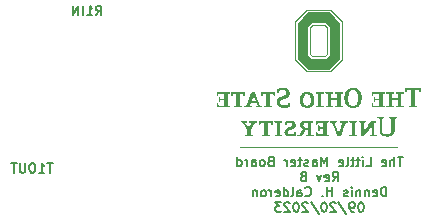
<source format=gbr>
%TF.GenerationSoftware,KiCad,Pcbnew,7.0.7*%
%TF.CreationDate,2023-09-29T20:54:03-04:00*%
%TF.ProjectId,Little_Master_Board,4c697474-6c65-45f4-9d61-737465725f42,B*%
%TF.SameCoordinates,Original*%
%TF.FileFunction,Legend,Bot*%
%TF.FilePolarity,Positive*%
%FSLAX46Y46*%
G04 Gerber Fmt 4.6, Leading zero omitted, Abs format (unit mm)*
G04 Created by KiCad (PCBNEW 7.0.7) date 2023-09-29 20:54:03*
%MOMM*%
%LPD*%
G01*
G04 APERTURE LIST*
%ADD10C,0.150000*%
G04 APERTURE END LIST*
D10*
X122423972Y-62556095D02*
X122690639Y-62175142D01*
X122881115Y-62556095D02*
X122881115Y-61756095D01*
X122881115Y-61756095D02*
X122576353Y-61756095D01*
X122576353Y-61756095D02*
X122500163Y-61794190D01*
X122500163Y-61794190D02*
X122462068Y-61832285D01*
X122462068Y-61832285D02*
X122423972Y-61908476D01*
X122423972Y-61908476D02*
X122423972Y-62022761D01*
X122423972Y-62022761D02*
X122462068Y-62098952D01*
X122462068Y-62098952D02*
X122500163Y-62137047D01*
X122500163Y-62137047D02*
X122576353Y-62175142D01*
X122576353Y-62175142D02*
X122881115Y-62175142D01*
X121662068Y-62556095D02*
X122119211Y-62556095D01*
X121890639Y-62556095D02*
X121890639Y-61756095D01*
X121890639Y-61756095D02*
X121966830Y-61870380D01*
X121966830Y-61870380D02*
X122043020Y-61946571D01*
X122043020Y-61946571D02*
X122119211Y-61984666D01*
X121319210Y-62556095D02*
X121319210Y-61756095D01*
X120938258Y-62556095D02*
X120938258Y-61756095D01*
X120938258Y-61756095D02*
X120481115Y-62556095D01*
X120481115Y-62556095D02*
X120481115Y-61756095D01*
X118751772Y-75065695D02*
X118294629Y-75065695D01*
X118523201Y-75865695D02*
X118523201Y-75065695D01*
X117608915Y-75865695D02*
X118066058Y-75865695D01*
X117837486Y-75865695D02*
X117837486Y-75065695D01*
X117837486Y-75065695D02*
X117913677Y-75179980D01*
X117913677Y-75179980D02*
X117989867Y-75256171D01*
X117989867Y-75256171D02*
X118066058Y-75294266D01*
X117113676Y-75065695D02*
X116961295Y-75065695D01*
X116961295Y-75065695D02*
X116885105Y-75103790D01*
X116885105Y-75103790D02*
X116808914Y-75179980D01*
X116808914Y-75179980D02*
X116770819Y-75332361D01*
X116770819Y-75332361D02*
X116770819Y-75599028D01*
X116770819Y-75599028D02*
X116808914Y-75751409D01*
X116808914Y-75751409D02*
X116885105Y-75827600D01*
X116885105Y-75827600D02*
X116961295Y-75865695D01*
X116961295Y-75865695D02*
X117113676Y-75865695D01*
X117113676Y-75865695D02*
X117189867Y-75827600D01*
X117189867Y-75827600D02*
X117266057Y-75751409D01*
X117266057Y-75751409D02*
X117304153Y-75599028D01*
X117304153Y-75599028D02*
X117304153Y-75332361D01*
X117304153Y-75332361D02*
X117266057Y-75179980D01*
X117266057Y-75179980D02*
X117189867Y-75103790D01*
X117189867Y-75103790D02*
X117113676Y-75065695D01*
X116427962Y-75065695D02*
X116427962Y-75713314D01*
X116427962Y-75713314D02*
X116389867Y-75789504D01*
X116389867Y-75789504D02*
X116351772Y-75827600D01*
X116351772Y-75827600D02*
X116275581Y-75865695D01*
X116275581Y-75865695D02*
X116123200Y-75865695D01*
X116123200Y-75865695D02*
X116047010Y-75827600D01*
X116047010Y-75827600D02*
X116008915Y-75789504D01*
X116008915Y-75789504D02*
X115970819Y-75713314D01*
X115970819Y-75713314D02*
X115970819Y-75065695D01*
X115704153Y-75065695D02*
X115247010Y-75065695D01*
X115475582Y-75865695D02*
X115475582Y-75065695D01*
X148417667Y-74503695D02*
X147960524Y-74503695D01*
X148189096Y-75303695D02*
X148189096Y-74503695D01*
X147693857Y-75303695D02*
X147693857Y-74503695D01*
X147351000Y-75303695D02*
X147351000Y-74884647D01*
X147351000Y-74884647D02*
X147389095Y-74808457D01*
X147389095Y-74808457D02*
X147465286Y-74770361D01*
X147465286Y-74770361D02*
X147579572Y-74770361D01*
X147579572Y-74770361D02*
X147655762Y-74808457D01*
X147655762Y-74808457D02*
X147693857Y-74846552D01*
X146665285Y-75265600D02*
X146741476Y-75303695D01*
X146741476Y-75303695D02*
X146893857Y-75303695D01*
X146893857Y-75303695D02*
X146970047Y-75265600D01*
X146970047Y-75265600D02*
X147008143Y-75189409D01*
X147008143Y-75189409D02*
X147008143Y-74884647D01*
X147008143Y-74884647D02*
X146970047Y-74808457D01*
X146970047Y-74808457D02*
X146893857Y-74770361D01*
X146893857Y-74770361D02*
X146741476Y-74770361D01*
X146741476Y-74770361D02*
X146665285Y-74808457D01*
X146665285Y-74808457D02*
X146627190Y-74884647D01*
X146627190Y-74884647D02*
X146627190Y-74960838D01*
X146627190Y-74960838D02*
X147008143Y-75037028D01*
X145293857Y-75303695D02*
X145674809Y-75303695D01*
X145674809Y-75303695D02*
X145674809Y-74503695D01*
X145027190Y-75303695D02*
X145027190Y-74770361D01*
X145027190Y-74503695D02*
X145065286Y-74541790D01*
X145065286Y-74541790D02*
X145027190Y-74579885D01*
X145027190Y-74579885D02*
X144989095Y-74541790D01*
X144989095Y-74541790D02*
X145027190Y-74503695D01*
X145027190Y-74503695D02*
X145027190Y-74579885D01*
X144760524Y-74770361D02*
X144455762Y-74770361D01*
X144646238Y-74503695D02*
X144646238Y-75189409D01*
X144646238Y-75189409D02*
X144608143Y-75265600D01*
X144608143Y-75265600D02*
X144531953Y-75303695D01*
X144531953Y-75303695D02*
X144455762Y-75303695D01*
X144303381Y-74770361D02*
X143998619Y-74770361D01*
X144189095Y-74503695D02*
X144189095Y-75189409D01*
X144189095Y-75189409D02*
X144151000Y-75265600D01*
X144151000Y-75265600D02*
X144074810Y-75303695D01*
X144074810Y-75303695D02*
X143998619Y-75303695D01*
X143617667Y-75303695D02*
X143693857Y-75265600D01*
X143693857Y-75265600D02*
X143731952Y-75189409D01*
X143731952Y-75189409D02*
X143731952Y-74503695D01*
X143008142Y-75265600D02*
X143084333Y-75303695D01*
X143084333Y-75303695D02*
X143236714Y-75303695D01*
X143236714Y-75303695D02*
X143312904Y-75265600D01*
X143312904Y-75265600D02*
X143351000Y-75189409D01*
X143351000Y-75189409D02*
X143351000Y-74884647D01*
X143351000Y-74884647D02*
X143312904Y-74808457D01*
X143312904Y-74808457D02*
X143236714Y-74770361D01*
X143236714Y-74770361D02*
X143084333Y-74770361D01*
X143084333Y-74770361D02*
X143008142Y-74808457D01*
X143008142Y-74808457D02*
X142970047Y-74884647D01*
X142970047Y-74884647D02*
X142970047Y-74960838D01*
X142970047Y-74960838D02*
X143351000Y-75037028D01*
X142017666Y-75303695D02*
X142017666Y-74503695D01*
X142017666Y-74503695D02*
X141751000Y-75075123D01*
X141751000Y-75075123D02*
X141484333Y-74503695D01*
X141484333Y-74503695D02*
X141484333Y-75303695D01*
X140760523Y-75303695D02*
X140760523Y-74884647D01*
X140760523Y-74884647D02*
X140798618Y-74808457D01*
X140798618Y-74808457D02*
X140874809Y-74770361D01*
X140874809Y-74770361D02*
X141027190Y-74770361D01*
X141027190Y-74770361D02*
X141103380Y-74808457D01*
X140760523Y-75265600D02*
X140836714Y-75303695D01*
X140836714Y-75303695D02*
X141027190Y-75303695D01*
X141027190Y-75303695D02*
X141103380Y-75265600D01*
X141103380Y-75265600D02*
X141141476Y-75189409D01*
X141141476Y-75189409D02*
X141141476Y-75113219D01*
X141141476Y-75113219D02*
X141103380Y-75037028D01*
X141103380Y-75037028D02*
X141027190Y-74998933D01*
X141027190Y-74998933D02*
X140836714Y-74998933D01*
X140836714Y-74998933D02*
X140760523Y-74960838D01*
X140417666Y-75265600D02*
X140341475Y-75303695D01*
X140341475Y-75303695D02*
X140189094Y-75303695D01*
X140189094Y-75303695D02*
X140112904Y-75265600D01*
X140112904Y-75265600D02*
X140074808Y-75189409D01*
X140074808Y-75189409D02*
X140074808Y-75151314D01*
X140074808Y-75151314D02*
X140112904Y-75075123D01*
X140112904Y-75075123D02*
X140189094Y-75037028D01*
X140189094Y-75037028D02*
X140303380Y-75037028D01*
X140303380Y-75037028D02*
X140379570Y-74998933D01*
X140379570Y-74998933D02*
X140417666Y-74922742D01*
X140417666Y-74922742D02*
X140417666Y-74884647D01*
X140417666Y-74884647D02*
X140379570Y-74808457D01*
X140379570Y-74808457D02*
X140303380Y-74770361D01*
X140303380Y-74770361D02*
X140189094Y-74770361D01*
X140189094Y-74770361D02*
X140112904Y-74808457D01*
X139846237Y-74770361D02*
X139541475Y-74770361D01*
X139731951Y-74503695D02*
X139731951Y-75189409D01*
X139731951Y-75189409D02*
X139693856Y-75265600D01*
X139693856Y-75265600D02*
X139617666Y-75303695D01*
X139617666Y-75303695D02*
X139541475Y-75303695D01*
X138970046Y-75265600D02*
X139046237Y-75303695D01*
X139046237Y-75303695D02*
X139198618Y-75303695D01*
X139198618Y-75303695D02*
X139274808Y-75265600D01*
X139274808Y-75265600D02*
X139312904Y-75189409D01*
X139312904Y-75189409D02*
X139312904Y-74884647D01*
X139312904Y-74884647D02*
X139274808Y-74808457D01*
X139274808Y-74808457D02*
X139198618Y-74770361D01*
X139198618Y-74770361D02*
X139046237Y-74770361D01*
X139046237Y-74770361D02*
X138970046Y-74808457D01*
X138970046Y-74808457D02*
X138931951Y-74884647D01*
X138931951Y-74884647D02*
X138931951Y-74960838D01*
X138931951Y-74960838D02*
X139312904Y-75037028D01*
X138589094Y-75303695D02*
X138589094Y-74770361D01*
X138589094Y-74922742D02*
X138550999Y-74846552D01*
X138550999Y-74846552D02*
X138512904Y-74808457D01*
X138512904Y-74808457D02*
X138436713Y-74770361D01*
X138436713Y-74770361D02*
X138360523Y-74770361D01*
X137217666Y-74884647D02*
X137103380Y-74922742D01*
X137103380Y-74922742D02*
X137065285Y-74960838D01*
X137065285Y-74960838D02*
X137027189Y-75037028D01*
X137027189Y-75037028D02*
X137027189Y-75151314D01*
X137027189Y-75151314D02*
X137065285Y-75227504D01*
X137065285Y-75227504D02*
X137103380Y-75265600D01*
X137103380Y-75265600D02*
X137179570Y-75303695D01*
X137179570Y-75303695D02*
X137484332Y-75303695D01*
X137484332Y-75303695D02*
X137484332Y-74503695D01*
X137484332Y-74503695D02*
X137217666Y-74503695D01*
X137217666Y-74503695D02*
X137141475Y-74541790D01*
X137141475Y-74541790D02*
X137103380Y-74579885D01*
X137103380Y-74579885D02*
X137065285Y-74656076D01*
X137065285Y-74656076D02*
X137065285Y-74732266D01*
X137065285Y-74732266D02*
X137103380Y-74808457D01*
X137103380Y-74808457D02*
X137141475Y-74846552D01*
X137141475Y-74846552D02*
X137217666Y-74884647D01*
X137217666Y-74884647D02*
X137484332Y-74884647D01*
X136570047Y-75303695D02*
X136646237Y-75265600D01*
X136646237Y-75265600D02*
X136684332Y-75227504D01*
X136684332Y-75227504D02*
X136722428Y-75151314D01*
X136722428Y-75151314D02*
X136722428Y-74922742D01*
X136722428Y-74922742D02*
X136684332Y-74846552D01*
X136684332Y-74846552D02*
X136646237Y-74808457D01*
X136646237Y-74808457D02*
X136570047Y-74770361D01*
X136570047Y-74770361D02*
X136455761Y-74770361D01*
X136455761Y-74770361D02*
X136379570Y-74808457D01*
X136379570Y-74808457D02*
X136341475Y-74846552D01*
X136341475Y-74846552D02*
X136303380Y-74922742D01*
X136303380Y-74922742D02*
X136303380Y-75151314D01*
X136303380Y-75151314D02*
X136341475Y-75227504D01*
X136341475Y-75227504D02*
X136379570Y-75265600D01*
X136379570Y-75265600D02*
X136455761Y-75303695D01*
X136455761Y-75303695D02*
X136570047Y-75303695D01*
X135617665Y-75303695D02*
X135617665Y-74884647D01*
X135617665Y-74884647D02*
X135655760Y-74808457D01*
X135655760Y-74808457D02*
X135731951Y-74770361D01*
X135731951Y-74770361D02*
X135884332Y-74770361D01*
X135884332Y-74770361D02*
X135960522Y-74808457D01*
X135617665Y-75265600D02*
X135693856Y-75303695D01*
X135693856Y-75303695D02*
X135884332Y-75303695D01*
X135884332Y-75303695D02*
X135960522Y-75265600D01*
X135960522Y-75265600D02*
X135998618Y-75189409D01*
X135998618Y-75189409D02*
X135998618Y-75113219D01*
X135998618Y-75113219D02*
X135960522Y-75037028D01*
X135960522Y-75037028D02*
X135884332Y-74998933D01*
X135884332Y-74998933D02*
X135693856Y-74998933D01*
X135693856Y-74998933D02*
X135617665Y-74960838D01*
X135236712Y-75303695D02*
X135236712Y-74770361D01*
X135236712Y-74922742D02*
X135198617Y-74846552D01*
X135198617Y-74846552D02*
X135160522Y-74808457D01*
X135160522Y-74808457D02*
X135084331Y-74770361D01*
X135084331Y-74770361D02*
X135008141Y-74770361D01*
X134398617Y-75303695D02*
X134398617Y-74503695D01*
X134398617Y-75265600D02*
X134474808Y-75303695D01*
X134474808Y-75303695D02*
X134627189Y-75303695D01*
X134627189Y-75303695D02*
X134703379Y-75265600D01*
X134703379Y-75265600D02*
X134741474Y-75227504D01*
X134741474Y-75227504D02*
X134779570Y-75151314D01*
X134779570Y-75151314D02*
X134779570Y-74922742D01*
X134779570Y-74922742D02*
X134741474Y-74846552D01*
X134741474Y-74846552D02*
X134703379Y-74808457D01*
X134703379Y-74808457D02*
X134627189Y-74770361D01*
X134627189Y-74770361D02*
X134474808Y-74770361D01*
X134474808Y-74770361D02*
X134398617Y-74808457D01*
X142455761Y-76591695D02*
X142722428Y-76210742D01*
X142912904Y-76591695D02*
X142912904Y-75791695D01*
X142912904Y-75791695D02*
X142608142Y-75791695D01*
X142608142Y-75791695D02*
X142531952Y-75829790D01*
X142531952Y-75829790D02*
X142493857Y-75867885D01*
X142493857Y-75867885D02*
X142455761Y-75944076D01*
X142455761Y-75944076D02*
X142455761Y-76058361D01*
X142455761Y-76058361D02*
X142493857Y-76134552D01*
X142493857Y-76134552D02*
X142531952Y-76172647D01*
X142531952Y-76172647D02*
X142608142Y-76210742D01*
X142608142Y-76210742D02*
X142912904Y-76210742D01*
X141808142Y-76553600D02*
X141884333Y-76591695D01*
X141884333Y-76591695D02*
X142036714Y-76591695D01*
X142036714Y-76591695D02*
X142112904Y-76553600D01*
X142112904Y-76553600D02*
X142151000Y-76477409D01*
X142151000Y-76477409D02*
X142151000Y-76172647D01*
X142151000Y-76172647D02*
X142112904Y-76096457D01*
X142112904Y-76096457D02*
X142036714Y-76058361D01*
X142036714Y-76058361D02*
X141884333Y-76058361D01*
X141884333Y-76058361D02*
X141808142Y-76096457D01*
X141808142Y-76096457D02*
X141770047Y-76172647D01*
X141770047Y-76172647D02*
X141770047Y-76248838D01*
X141770047Y-76248838D02*
X142151000Y-76325028D01*
X141503381Y-76058361D02*
X141312905Y-76591695D01*
X141312905Y-76591695D02*
X141122428Y-76058361D01*
X139941476Y-76172647D02*
X139827190Y-76210742D01*
X139827190Y-76210742D02*
X139789095Y-76248838D01*
X139789095Y-76248838D02*
X139750999Y-76325028D01*
X139750999Y-76325028D02*
X139750999Y-76439314D01*
X139750999Y-76439314D02*
X139789095Y-76515504D01*
X139789095Y-76515504D02*
X139827190Y-76553600D01*
X139827190Y-76553600D02*
X139903380Y-76591695D01*
X139903380Y-76591695D02*
X140208142Y-76591695D01*
X140208142Y-76591695D02*
X140208142Y-75791695D01*
X140208142Y-75791695D02*
X139941476Y-75791695D01*
X139941476Y-75791695D02*
X139865285Y-75829790D01*
X139865285Y-75829790D02*
X139827190Y-75867885D01*
X139827190Y-75867885D02*
X139789095Y-75944076D01*
X139789095Y-75944076D02*
X139789095Y-76020266D01*
X139789095Y-76020266D02*
X139827190Y-76096457D01*
X139827190Y-76096457D02*
X139865285Y-76134552D01*
X139865285Y-76134552D02*
X139941476Y-76172647D01*
X139941476Y-76172647D02*
X140208142Y-76172647D01*
X147008143Y-77879695D02*
X147008143Y-77079695D01*
X147008143Y-77079695D02*
X146817667Y-77079695D01*
X146817667Y-77079695D02*
X146703381Y-77117790D01*
X146703381Y-77117790D02*
X146627191Y-77193980D01*
X146627191Y-77193980D02*
X146589096Y-77270171D01*
X146589096Y-77270171D02*
X146551000Y-77422552D01*
X146551000Y-77422552D02*
X146551000Y-77536838D01*
X146551000Y-77536838D02*
X146589096Y-77689219D01*
X146589096Y-77689219D02*
X146627191Y-77765409D01*
X146627191Y-77765409D02*
X146703381Y-77841600D01*
X146703381Y-77841600D02*
X146817667Y-77879695D01*
X146817667Y-77879695D02*
X147008143Y-77879695D01*
X145903381Y-77841600D02*
X145979572Y-77879695D01*
X145979572Y-77879695D02*
X146131953Y-77879695D01*
X146131953Y-77879695D02*
X146208143Y-77841600D01*
X146208143Y-77841600D02*
X146246239Y-77765409D01*
X146246239Y-77765409D02*
X146246239Y-77460647D01*
X146246239Y-77460647D02*
X146208143Y-77384457D01*
X146208143Y-77384457D02*
X146131953Y-77346361D01*
X146131953Y-77346361D02*
X145979572Y-77346361D01*
X145979572Y-77346361D02*
X145903381Y-77384457D01*
X145903381Y-77384457D02*
X145865286Y-77460647D01*
X145865286Y-77460647D02*
X145865286Y-77536838D01*
X145865286Y-77536838D02*
X146246239Y-77613028D01*
X145522429Y-77346361D02*
X145522429Y-77879695D01*
X145522429Y-77422552D02*
X145484334Y-77384457D01*
X145484334Y-77384457D02*
X145408144Y-77346361D01*
X145408144Y-77346361D02*
X145293858Y-77346361D01*
X145293858Y-77346361D02*
X145217667Y-77384457D01*
X145217667Y-77384457D02*
X145179572Y-77460647D01*
X145179572Y-77460647D02*
X145179572Y-77879695D01*
X144798619Y-77346361D02*
X144798619Y-77879695D01*
X144798619Y-77422552D02*
X144760524Y-77384457D01*
X144760524Y-77384457D02*
X144684334Y-77346361D01*
X144684334Y-77346361D02*
X144570048Y-77346361D01*
X144570048Y-77346361D02*
X144493857Y-77384457D01*
X144493857Y-77384457D02*
X144455762Y-77460647D01*
X144455762Y-77460647D02*
X144455762Y-77879695D01*
X144074809Y-77879695D02*
X144074809Y-77346361D01*
X144074809Y-77079695D02*
X144112905Y-77117790D01*
X144112905Y-77117790D02*
X144074809Y-77155885D01*
X144074809Y-77155885D02*
X144036714Y-77117790D01*
X144036714Y-77117790D02*
X144074809Y-77079695D01*
X144074809Y-77079695D02*
X144074809Y-77155885D01*
X143731953Y-77841600D02*
X143655762Y-77879695D01*
X143655762Y-77879695D02*
X143503381Y-77879695D01*
X143503381Y-77879695D02*
X143427191Y-77841600D01*
X143427191Y-77841600D02*
X143389095Y-77765409D01*
X143389095Y-77765409D02*
X143389095Y-77727314D01*
X143389095Y-77727314D02*
X143427191Y-77651123D01*
X143427191Y-77651123D02*
X143503381Y-77613028D01*
X143503381Y-77613028D02*
X143617667Y-77613028D01*
X143617667Y-77613028D02*
X143693857Y-77574933D01*
X143693857Y-77574933D02*
X143731953Y-77498742D01*
X143731953Y-77498742D02*
X143731953Y-77460647D01*
X143731953Y-77460647D02*
X143693857Y-77384457D01*
X143693857Y-77384457D02*
X143617667Y-77346361D01*
X143617667Y-77346361D02*
X143503381Y-77346361D01*
X143503381Y-77346361D02*
X143427191Y-77384457D01*
X142436714Y-77879695D02*
X142436714Y-77079695D01*
X142436714Y-77460647D02*
X141979571Y-77460647D01*
X141979571Y-77879695D02*
X141979571Y-77079695D01*
X141598619Y-77803504D02*
X141560524Y-77841600D01*
X141560524Y-77841600D02*
X141598619Y-77879695D01*
X141598619Y-77879695D02*
X141636715Y-77841600D01*
X141636715Y-77841600D02*
X141598619Y-77803504D01*
X141598619Y-77803504D02*
X141598619Y-77879695D01*
X140151000Y-77803504D02*
X140189096Y-77841600D01*
X140189096Y-77841600D02*
X140303381Y-77879695D01*
X140303381Y-77879695D02*
X140379572Y-77879695D01*
X140379572Y-77879695D02*
X140493858Y-77841600D01*
X140493858Y-77841600D02*
X140570048Y-77765409D01*
X140570048Y-77765409D02*
X140608143Y-77689219D01*
X140608143Y-77689219D02*
X140646239Y-77536838D01*
X140646239Y-77536838D02*
X140646239Y-77422552D01*
X140646239Y-77422552D02*
X140608143Y-77270171D01*
X140608143Y-77270171D02*
X140570048Y-77193980D01*
X140570048Y-77193980D02*
X140493858Y-77117790D01*
X140493858Y-77117790D02*
X140379572Y-77079695D01*
X140379572Y-77079695D02*
X140303381Y-77079695D01*
X140303381Y-77079695D02*
X140189096Y-77117790D01*
X140189096Y-77117790D02*
X140151000Y-77155885D01*
X139465286Y-77879695D02*
X139465286Y-77460647D01*
X139465286Y-77460647D02*
X139503381Y-77384457D01*
X139503381Y-77384457D02*
X139579572Y-77346361D01*
X139579572Y-77346361D02*
X139731953Y-77346361D01*
X139731953Y-77346361D02*
X139808143Y-77384457D01*
X139465286Y-77841600D02*
X139541477Y-77879695D01*
X139541477Y-77879695D02*
X139731953Y-77879695D01*
X139731953Y-77879695D02*
X139808143Y-77841600D01*
X139808143Y-77841600D02*
X139846239Y-77765409D01*
X139846239Y-77765409D02*
X139846239Y-77689219D01*
X139846239Y-77689219D02*
X139808143Y-77613028D01*
X139808143Y-77613028D02*
X139731953Y-77574933D01*
X139731953Y-77574933D02*
X139541477Y-77574933D01*
X139541477Y-77574933D02*
X139465286Y-77536838D01*
X138970048Y-77879695D02*
X139046238Y-77841600D01*
X139046238Y-77841600D02*
X139084333Y-77765409D01*
X139084333Y-77765409D02*
X139084333Y-77079695D01*
X138322428Y-77879695D02*
X138322428Y-77079695D01*
X138322428Y-77841600D02*
X138398619Y-77879695D01*
X138398619Y-77879695D02*
X138551000Y-77879695D01*
X138551000Y-77879695D02*
X138627190Y-77841600D01*
X138627190Y-77841600D02*
X138665285Y-77803504D01*
X138665285Y-77803504D02*
X138703381Y-77727314D01*
X138703381Y-77727314D02*
X138703381Y-77498742D01*
X138703381Y-77498742D02*
X138665285Y-77422552D01*
X138665285Y-77422552D02*
X138627190Y-77384457D01*
X138627190Y-77384457D02*
X138551000Y-77346361D01*
X138551000Y-77346361D02*
X138398619Y-77346361D01*
X138398619Y-77346361D02*
X138322428Y-77384457D01*
X137636713Y-77841600D02*
X137712904Y-77879695D01*
X137712904Y-77879695D02*
X137865285Y-77879695D01*
X137865285Y-77879695D02*
X137941475Y-77841600D01*
X137941475Y-77841600D02*
X137979571Y-77765409D01*
X137979571Y-77765409D02*
X137979571Y-77460647D01*
X137979571Y-77460647D02*
X137941475Y-77384457D01*
X137941475Y-77384457D02*
X137865285Y-77346361D01*
X137865285Y-77346361D02*
X137712904Y-77346361D01*
X137712904Y-77346361D02*
X137636713Y-77384457D01*
X137636713Y-77384457D02*
X137598618Y-77460647D01*
X137598618Y-77460647D02*
X137598618Y-77536838D01*
X137598618Y-77536838D02*
X137979571Y-77613028D01*
X137255761Y-77879695D02*
X137255761Y-77346361D01*
X137255761Y-77498742D02*
X137217666Y-77422552D01*
X137217666Y-77422552D02*
X137179571Y-77384457D01*
X137179571Y-77384457D02*
X137103380Y-77346361D01*
X137103380Y-77346361D02*
X137027190Y-77346361D01*
X136646238Y-77879695D02*
X136722428Y-77841600D01*
X136722428Y-77841600D02*
X136760523Y-77803504D01*
X136760523Y-77803504D02*
X136798619Y-77727314D01*
X136798619Y-77727314D02*
X136798619Y-77498742D01*
X136798619Y-77498742D02*
X136760523Y-77422552D01*
X136760523Y-77422552D02*
X136722428Y-77384457D01*
X136722428Y-77384457D02*
X136646238Y-77346361D01*
X136646238Y-77346361D02*
X136531952Y-77346361D01*
X136531952Y-77346361D02*
X136455761Y-77384457D01*
X136455761Y-77384457D02*
X136417666Y-77422552D01*
X136417666Y-77422552D02*
X136379571Y-77498742D01*
X136379571Y-77498742D02*
X136379571Y-77727314D01*
X136379571Y-77727314D02*
X136417666Y-77803504D01*
X136417666Y-77803504D02*
X136455761Y-77841600D01*
X136455761Y-77841600D02*
X136531952Y-77879695D01*
X136531952Y-77879695D02*
X136646238Y-77879695D01*
X136036713Y-77346361D02*
X136036713Y-77879695D01*
X136036713Y-77422552D02*
X135998618Y-77384457D01*
X135998618Y-77384457D02*
X135922428Y-77346361D01*
X135922428Y-77346361D02*
X135808142Y-77346361D01*
X135808142Y-77346361D02*
X135731951Y-77384457D01*
X135731951Y-77384457D02*
X135693856Y-77460647D01*
X135693856Y-77460647D02*
X135693856Y-77879695D01*
X144893857Y-78367695D02*
X144817667Y-78367695D01*
X144817667Y-78367695D02*
X144741476Y-78405790D01*
X144741476Y-78405790D02*
X144703381Y-78443885D01*
X144703381Y-78443885D02*
X144665286Y-78520076D01*
X144665286Y-78520076D02*
X144627191Y-78672457D01*
X144627191Y-78672457D02*
X144627191Y-78862933D01*
X144627191Y-78862933D02*
X144665286Y-79015314D01*
X144665286Y-79015314D02*
X144703381Y-79091504D01*
X144703381Y-79091504D02*
X144741476Y-79129600D01*
X144741476Y-79129600D02*
X144817667Y-79167695D01*
X144817667Y-79167695D02*
X144893857Y-79167695D01*
X144893857Y-79167695D02*
X144970048Y-79129600D01*
X144970048Y-79129600D02*
X145008143Y-79091504D01*
X145008143Y-79091504D02*
X145046238Y-79015314D01*
X145046238Y-79015314D02*
X145084334Y-78862933D01*
X145084334Y-78862933D02*
X145084334Y-78672457D01*
X145084334Y-78672457D02*
X145046238Y-78520076D01*
X145046238Y-78520076D02*
X145008143Y-78443885D01*
X145008143Y-78443885D02*
X144970048Y-78405790D01*
X144970048Y-78405790D02*
X144893857Y-78367695D01*
X144246238Y-79167695D02*
X144093857Y-79167695D01*
X144093857Y-79167695D02*
X144017667Y-79129600D01*
X144017667Y-79129600D02*
X143979571Y-79091504D01*
X143979571Y-79091504D02*
X143903381Y-78977219D01*
X143903381Y-78977219D02*
X143865286Y-78824838D01*
X143865286Y-78824838D02*
X143865286Y-78520076D01*
X143865286Y-78520076D02*
X143903381Y-78443885D01*
X143903381Y-78443885D02*
X143941476Y-78405790D01*
X143941476Y-78405790D02*
X144017667Y-78367695D01*
X144017667Y-78367695D02*
X144170048Y-78367695D01*
X144170048Y-78367695D02*
X144246238Y-78405790D01*
X144246238Y-78405790D02*
X144284333Y-78443885D01*
X144284333Y-78443885D02*
X144322429Y-78520076D01*
X144322429Y-78520076D02*
X144322429Y-78710552D01*
X144322429Y-78710552D02*
X144284333Y-78786742D01*
X144284333Y-78786742D02*
X144246238Y-78824838D01*
X144246238Y-78824838D02*
X144170048Y-78862933D01*
X144170048Y-78862933D02*
X144017667Y-78862933D01*
X144017667Y-78862933D02*
X143941476Y-78824838D01*
X143941476Y-78824838D02*
X143903381Y-78786742D01*
X143903381Y-78786742D02*
X143865286Y-78710552D01*
X142951000Y-78329600D02*
X143636714Y-79358171D01*
X142722429Y-78443885D02*
X142684333Y-78405790D01*
X142684333Y-78405790D02*
X142608143Y-78367695D01*
X142608143Y-78367695D02*
X142417667Y-78367695D01*
X142417667Y-78367695D02*
X142341476Y-78405790D01*
X142341476Y-78405790D02*
X142303381Y-78443885D01*
X142303381Y-78443885D02*
X142265286Y-78520076D01*
X142265286Y-78520076D02*
X142265286Y-78596266D01*
X142265286Y-78596266D02*
X142303381Y-78710552D01*
X142303381Y-78710552D02*
X142760524Y-79167695D01*
X142760524Y-79167695D02*
X142265286Y-79167695D01*
X141770047Y-78367695D02*
X141693857Y-78367695D01*
X141693857Y-78367695D02*
X141617666Y-78405790D01*
X141617666Y-78405790D02*
X141579571Y-78443885D01*
X141579571Y-78443885D02*
X141541476Y-78520076D01*
X141541476Y-78520076D02*
X141503381Y-78672457D01*
X141503381Y-78672457D02*
X141503381Y-78862933D01*
X141503381Y-78862933D02*
X141541476Y-79015314D01*
X141541476Y-79015314D02*
X141579571Y-79091504D01*
X141579571Y-79091504D02*
X141617666Y-79129600D01*
X141617666Y-79129600D02*
X141693857Y-79167695D01*
X141693857Y-79167695D02*
X141770047Y-79167695D01*
X141770047Y-79167695D02*
X141846238Y-79129600D01*
X141846238Y-79129600D02*
X141884333Y-79091504D01*
X141884333Y-79091504D02*
X141922428Y-79015314D01*
X141922428Y-79015314D02*
X141960524Y-78862933D01*
X141960524Y-78862933D02*
X141960524Y-78672457D01*
X141960524Y-78672457D02*
X141922428Y-78520076D01*
X141922428Y-78520076D02*
X141884333Y-78443885D01*
X141884333Y-78443885D02*
X141846238Y-78405790D01*
X141846238Y-78405790D02*
X141770047Y-78367695D01*
X140589095Y-78329600D02*
X141274809Y-79358171D01*
X140360524Y-78443885D02*
X140322428Y-78405790D01*
X140322428Y-78405790D02*
X140246238Y-78367695D01*
X140246238Y-78367695D02*
X140055762Y-78367695D01*
X140055762Y-78367695D02*
X139979571Y-78405790D01*
X139979571Y-78405790D02*
X139941476Y-78443885D01*
X139941476Y-78443885D02*
X139903381Y-78520076D01*
X139903381Y-78520076D02*
X139903381Y-78596266D01*
X139903381Y-78596266D02*
X139941476Y-78710552D01*
X139941476Y-78710552D02*
X140398619Y-79167695D01*
X140398619Y-79167695D02*
X139903381Y-79167695D01*
X139408142Y-78367695D02*
X139331952Y-78367695D01*
X139331952Y-78367695D02*
X139255761Y-78405790D01*
X139255761Y-78405790D02*
X139217666Y-78443885D01*
X139217666Y-78443885D02*
X139179571Y-78520076D01*
X139179571Y-78520076D02*
X139141476Y-78672457D01*
X139141476Y-78672457D02*
X139141476Y-78862933D01*
X139141476Y-78862933D02*
X139179571Y-79015314D01*
X139179571Y-79015314D02*
X139217666Y-79091504D01*
X139217666Y-79091504D02*
X139255761Y-79129600D01*
X139255761Y-79129600D02*
X139331952Y-79167695D01*
X139331952Y-79167695D02*
X139408142Y-79167695D01*
X139408142Y-79167695D02*
X139484333Y-79129600D01*
X139484333Y-79129600D02*
X139522428Y-79091504D01*
X139522428Y-79091504D02*
X139560523Y-79015314D01*
X139560523Y-79015314D02*
X139598619Y-78862933D01*
X139598619Y-78862933D02*
X139598619Y-78672457D01*
X139598619Y-78672457D02*
X139560523Y-78520076D01*
X139560523Y-78520076D02*
X139522428Y-78443885D01*
X139522428Y-78443885D02*
X139484333Y-78405790D01*
X139484333Y-78405790D02*
X139408142Y-78367695D01*
X138836714Y-78443885D02*
X138798618Y-78405790D01*
X138798618Y-78405790D02*
X138722428Y-78367695D01*
X138722428Y-78367695D02*
X138531952Y-78367695D01*
X138531952Y-78367695D02*
X138455761Y-78405790D01*
X138455761Y-78405790D02*
X138417666Y-78443885D01*
X138417666Y-78443885D02*
X138379571Y-78520076D01*
X138379571Y-78520076D02*
X138379571Y-78596266D01*
X138379571Y-78596266D02*
X138417666Y-78710552D01*
X138417666Y-78710552D02*
X138874809Y-79167695D01*
X138874809Y-79167695D02*
X138379571Y-79167695D01*
X138112904Y-78367695D02*
X137617666Y-78367695D01*
X137617666Y-78367695D02*
X137884332Y-78672457D01*
X137884332Y-78672457D02*
X137770047Y-78672457D01*
X137770047Y-78672457D02*
X137693856Y-78710552D01*
X137693856Y-78710552D02*
X137655761Y-78748647D01*
X137655761Y-78748647D02*
X137617666Y-78824838D01*
X137617666Y-78824838D02*
X137617666Y-79015314D01*
X137617666Y-79015314D02*
X137655761Y-79091504D01*
X137655761Y-79091504D02*
X137693856Y-79129600D01*
X137693856Y-79129600D02*
X137770047Y-79167695D01*
X137770047Y-79167695D02*
X137998618Y-79167695D01*
X137998618Y-79167695D02*
X138074809Y-79129600D01*
X138074809Y-79129600D02*
X138112904Y-79091504D01*
%TO.C,G\u002A\u002A\u002A*%
G36*
X148015143Y-73774900D02*
G01*
X134585258Y-73774900D01*
X134585258Y-73677582D01*
X148015143Y-73677582D01*
X148015143Y-73774900D01*
G37*
G36*
X135039409Y-69411810D02*
G01*
X134913841Y-69411810D01*
X134891821Y-69217174D01*
X134601478Y-69217174D01*
X134601478Y-70204963D01*
X134796114Y-70226983D01*
X134796114Y-70352550D01*
X134114888Y-70352550D01*
X134114888Y-70226983D01*
X134309524Y-70204963D01*
X134309524Y-69217174D01*
X134019180Y-69217174D01*
X133997160Y-69411810D01*
X133871593Y-69411810D01*
X133871593Y-69054977D01*
X135039409Y-69054977D01*
X135039409Y-69411810D01*
G37*
G36*
X144560354Y-71614499D02*
G01*
X144365718Y-71637089D01*
X144365718Y-72637536D01*
X144442761Y-72647850D01*
X144477553Y-72652681D01*
X144524091Y-72661680D01*
X144548821Y-72674136D01*
X144558616Y-72694751D01*
X144560354Y-72728223D01*
X144560354Y-72785501D01*
X143877169Y-72785501D01*
X143882204Y-72724677D01*
X143882810Y-72717434D01*
X143887449Y-72686165D01*
X143899879Y-72668586D01*
X143928197Y-72658535D01*
X143980501Y-72649847D01*
X144073764Y-72635841D01*
X144073764Y-71637089D01*
X143879128Y-71614499D01*
X143879128Y-71487927D01*
X144560354Y-71487927D01*
X144560354Y-71614499D01*
G37*
G36*
X142078745Y-65834695D02*
G01*
X141945290Y-65968846D01*
X141811836Y-66102997D01*
X140786925Y-66102997D01*
X140654291Y-65967112D01*
X140521656Y-65831227D01*
X140521656Y-65803871D01*
X140618974Y-65803871D01*
X140720784Y-65904775D01*
X140822593Y-66005679D01*
X141779618Y-66005679D01*
X141880522Y-65903870D01*
X141981427Y-65802061D01*
X141981427Y-63644848D01*
X141761647Y-63426752D01*
X140837070Y-63426752D01*
X140618974Y-63646532D01*
X140618974Y-65803871D01*
X140521656Y-65803871D01*
X140521656Y-63617425D01*
X140654291Y-63481539D01*
X140786925Y-63345654D01*
X141810442Y-63345654D01*
X141944594Y-63479108D01*
X142078745Y-63612562D01*
X142078745Y-65802061D01*
X142078745Y-65834695D01*
G37*
G36*
X143116803Y-66256867D02*
G01*
X142674928Y-66698962D01*
X142233053Y-67141056D01*
X140368953Y-67141056D01*
X139499817Y-66274104D01*
X139499817Y-65900831D01*
X140391899Y-65900831D01*
X140558428Y-66066793D01*
X140724956Y-66232755D01*
X141876552Y-66232755D01*
X142050637Y-66058129D01*
X142224722Y-65883502D01*
X142224722Y-63564090D01*
X142041997Y-63381884D01*
X141859271Y-63199677D01*
X140740069Y-63199677D01*
X140391899Y-63548929D01*
X140391899Y-65900831D01*
X139499817Y-65900831D01*
X139499817Y-63175569D01*
X139933581Y-62741582D01*
X140367344Y-62307595D01*
X142232614Y-62307595D01*
X142674709Y-62749471D01*
X143116803Y-63191346D01*
X143116803Y-65883502D01*
X143116803Y-66256867D01*
G37*
G36*
X143310221Y-66354402D02*
G01*
X142822377Y-66853157D01*
X142334534Y-67351912D01*
X140286664Y-67351912D01*
X139787813Y-66853255D01*
X139288962Y-66354599D01*
X139288962Y-63116039D01*
X139364699Y-63116039D01*
X139386611Y-66321963D01*
X139852656Y-66788278D01*
X140318701Y-67254594D01*
X142281697Y-67254594D01*
X142756019Y-66780067D01*
X143230341Y-66305541D01*
X143230341Y-63110259D01*
X142763922Y-62644048D01*
X142297504Y-62177838D01*
X140302481Y-62177838D01*
X139833590Y-62646938D01*
X139364699Y-63116039D01*
X139288962Y-63116039D01*
X139288962Y-63069582D01*
X140266706Y-62080520D01*
X142329953Y-62080520D01*
X143311439Y-63061610D01*
X143310239Y-66305541D01*
X143310221Y-66354402D01*
G37*
G36*
X137391261Y-71844760D02*
G01*
X137264688Y-71844760D01*
X137242098Y-71650124D01*
X136953329Y-71650124D01*
X136953329Y-72635841D01*
X137046593Y-72649847D01*
X137057697Y-72651519D01*
X137105277Y-72660002D01*
X137130271Y-72670914D01*
X137140777Y-72690417D01*
X137144890Y-72724677D01*
X137149924Y-72785501D01*
X136464781Y-72785501D01*
X136469815Y-72724677D01*
X136470422Y-72717434D01*
X136475061Y-72686165D01*
X136487491Y-72668586D01*
X136515809Y-72658535D01*
X136568112Y-72649847D01*
X136661375Y-72635841D01*
X136661375Y-71650124D01*
X136371032Y-71650124D01*
X136349012Y-71844760D01*
X136223444Y-71844760D01*
X136223444Y-71487927D01*
X137391261Y-71487927D01*
X137391261Y-71844760D01*
G37*
G36*
X138210354Y-71496037D02*
G01*
X138210354Y-71552806D01*
X138210347Y-71559429D01*
X138208270Y-71588695D01*
X138197157Y-71605255D01*
X138169325Y-71614940D01*
X138117091Y-71623581D01*
X138023828Y-71637587D01*
X138023828Y-72637536D01*
X138100871Y-72647850D01*
X138135663Y-72652681D01*
X138182201Y-72661680D01*
X138206931Y-72674136D01*
X138216726Y-72694751D01*
X138218464Y-72728223D01*
X138218464Y-72785501D01*
X137535279Y-72785501D01*
X137540313Y-72724677D01*
X137540941Y-72717179D01*
X137545594Y-72686046D01*
X137558071Y-72668536D01*
X137586459Y-72658506D01*
X137638842Y-72649813D01*
X137732337Y-72635773D01*
X137728050Y-72138893D01*
X137723764Y-71642014D01*
X137537238Y-71612434D01*
X137537238Y-71487269D01*
X138210354Y-71496037D01*
G37*
G36*
X141702616Y-69115801D02*
G01*
X141702010Y-69123043D01*
X141697371Y-69154313D01*
X141684941Y-69171891D01*
X141656623Y-69181942D01*
X141604319Y-69190630D01*
X141511056Y-69204636D01*
X141511056Y-70202891D01*
X141604319Y-70216897D01*
X141615423Y-70218569D01*
X141663004Y-70227052D01*
X141687998Y-70237964D01*
X141698503Y-70257467D01*
X141702616Y-70291727D01*
X141707650Y-70352550D01*
X141024466Y-70352550D01*
X141024466Y-70227312D01*
X141105951Y-70217661D01*
X141134593Y-70213795D01*
X141178938Y-70205688D01*
X141203269Y-70198225D01*
X141207428Y-70182897D01*
X141211438Y-70137037D01*
X141214683Y-70063076D01*
X141217090Y-69963305D01*
X141218587Y-69840017D01*
X141219102Y-69695502D01*
X141219102Y-69202565D01*
X141121784Y-69191555D01*
X141024466Y-69180544D01*
X141024466Y-69054977D01*
X141707650Y-69054977D01*
X141702616Y-69115801D01*
G37*
G36*
X137602116Y-69411810D02*
G01*
X137537972Y-69411810D01*
X137522852Y-69411714D01*
X137488605Y-69407438D01*
X137472643Y-69390190D01*
X137464049Y-69350986D01*
X137457925Y-69311739D01*
X137448685Y-69262039D01*
X137435569Y-69233603D01*
X137411455Y-69220562D01*
X137369220Y-69217042D01*
X137301743Y-69217174D01*
X137164185Y-69217174D01*
X137164185Y-70204239D01*
X137253393Y-70215385D01*
X137342602Y-70226531D01*
X137342602Y-70352550D01*
X136677595Y-70352550D01*
X136677595Y-70226531D01*
X136856011Y-70204239D01*
X136856011Y-69217174D01*
X136717635Y-69217174D01*
X136685109Y-69217146D01*
X136627666Y-69218531D01*
X136592909Y-69225991D01*
X136573979Y-69244521D01*
X136564017Y-69279114D01*
X136556165Y-69334766D01*
X136545850Y-69411810D01*
X136418080Y-69411810D01*
X136418080Y-69054977D01*
X137602116Y-69054977D01*
X137602116Y-69411810D01*
G37*
G36*
X133754979Y-69115801D02*
G01*
X133754373Y-69123043D01*
X133749734Y-69154313D01*
X133737304Y-69171891D01*
X133708985Y-69181942D01*
X133656682Y-69190630D01*
X133563419Y-69204636D01*
X133563419Y-70204963D01*
X133758055Y-70226983D01*
X133758055Y-70352550D01*
X132638898Y-70352550D01*
X132638898Y-70011937D01*
X132766181Y-70011937D01*
X132779717Y-70097091D01*
X132793253Y-70182244D01*
X133032359Y-70186732D01*
X133271465Y-70191221D01*
X133271465Y-69752423D01*
X132967470Y-69752423D01*
X132956712Y-69833521D01*
X132950596Y-69874659D01*
X132941158Y-69902381D01*
X132923154Y-69912940D01*
X132889744Y-69914619D01*
X132833534Y-69914619D01*
X132833534Y-69428029D01*
X132888021Y-69428029D01*
X132917107Y-69429307D01*
X132936335Y-69438572D01*
X132947452Y-69463855D01*
X132956955Y-69513183D01*
X132971401Y-69598336D01*
X133121433Y-69602999D01*
X133271465Y-69607663D01*
X133271465Y-69216307D01*
X133032359Y-69220795D01*
X132793253Y-69225284D01*
X132766181Y-69395590D01*
X132638898Y-69395590D01*
X132638898Y-69054977D01*
X133760013Y-69054977D01*
X133754979Y-69115801D01*
G37*
G36*
X146876690Y-69115801D02*
G01*
X146876084Y-69123043D01*
X146871445Y-69154313D01*
X146859015Y-69171891D01*
X146830697Y-69181942D01*
X146778393Y-69190630D01*
X146685130Y-69204636D01*
X146685130Y-70202891D01*
X146778393Y-70216897D01*
X146789498Y-70218569D01*
X146837078Y-70227052D01*
X146862072Y-70237964D01*
X146872577Y-70257467D01*
X146876690Y-70291727D01*
X146881724Y-70352550D01*
X145760609Y-70352550D01*
X145760609Y-70011937D01*
X145888032Y-70011937D01*
X145899178Y-70101146D01*
X145910324Y-70190354D01*
X146393176Y-70190354D01*
X146393176Y-69752423D01*
X146088047Y-69752423D01*
X146076893Y-69833521D01*
X146070691Y-69873934D01*
X146061162Y-69902055D01*
X146043355Y-69912858D01*
X146010492Y-69914619D01*
X145955245Y-69914619D01*
X145955245Y-69425974D01*
X146007182Y-69431057D01*
X146027624Y-69433802D01*
X146050450Y-69444096D01*
X146064323Y-69469002D01*
X146076230Y-69517238D01*
X146093342Y-69598336D01*
X146385066Y-69598336D01*
X146394206Y-69217174D01*
X145910324Y-69217174D01*
X145888032Y-69395590D01*
X145760609Y-69395590D01*
X145760609Y-69054977D01*
X146881724Y-69054977D01*
X146876690Y-69115801D01*
G37*
G36*
X141596209Y-71491769D02*
G01*
X142151733Y-71496037D01*
X142151733Y-71552806D01*
X142151726Y-71559429D01*
X142149650Y-71588695D01*
X142138536Y-71605255D01*
X142110704Y-71614940D01*
X142058470Y-71623581D01*
X141965207Y-71637587D01*
X141965207Y-72637536D01*
X142042250Y-72647850D01*
X142077042Y-72652681D01*
X142123580Y-72661680D01*
X142148310Y-72674136D01*
X142158106Y-72694751D01*
X142159843Y-72728223D01*
X142159843Y-72785501D01*
X141040686Y-72785501D01*
X141040686Y-72444888D01*
X141168109Y-72444888D01*
X141190401Y-72623304D01*
X141673253Y-72623304D01*
X141673253Y-72185373D01*
X141366196Y-72185373D01*
X141355438Y-72266471D01*
X141349478Y-72306633D01*
X141340129Y-72334899D01*
X141322532Y-72345783D01*
X141290001Y-72347570D01*
X141235322Y-72347570D01*
X141235322Y-71858924D01*
X141287259Y-71864007D01*
X141307700Y-71866752D01*
X141330526Y-71877046D01*
X141344400Y-71901952D01*
X141356307Y-71950188D01*
X141373418Y-72031286D01*
X141665143Y-72031286D01*
X141669713Y-71840705D01*
X141674282Y-71650124D01*
X141190401Y-71650124D01*
X141168109Y-71828540D01*
X141040686Y-71828540D01*
X141040686Y-71487501D01*
X141596209Y-71491769D01*
G37*
G36*
X145952237Y-71491531D02*
G01*
X146174211Y-71496037D01*
X146174211Y-71552806D01*
X146174204Y-71559429D01*
X146172127Y-71588695D01*
X146161014Y-71605255D01*
X146133182Y-71614940D01*
X146080948Y-71623581D01*
X145987685Y-71637587D01*
X145987685Y-72637536D01*
X146064728Y-72647850D01*
X146099519Y-72652681D01*
X146146058Y-72661680D01*
X146170788Y-72674136D01*
X146180583Y-72694751D01*
X146182321Y-72728223D01*
X146182321Y-72785501D01*
X145596454Y-72785501D01*
X145601488Y-72724677D01*
X145602095Y-72717434D01*
X145606734Y-72686165D01*
X145619164Y-72668586D01*
X145647482Y-72658535D01*
X145699785Y-72649847D01*
X145793049Y-72635841D01*
X145792465Y-72252465D01*
X145791882Y-71869089D01*
X145754254Y-71915083D01*
X145749092Y-71921672D01*
X145723954Y-71955535D01*
X145683838Y-72010826D01*
X145631383Y-72083862D01*
X145569229Y-72170957D01*
X145500018Y-72268428D01*
X145426389Y-72372590D01*
X145136152Y-72784104D01*
X145018559Y-72784802D01*
X144900967Y-72785501D01*
X144900967Y-71637089D01*
X144706331Y-71614499D01*
X144706331Y-71487927D01*
X145290239Y-71487927D01*
X145290239Y-71614499D01*
X145095603Y-71637089D01*
X145095603Y-72371007D01*
X145172646Y-72263524D01*
X145190855Y-72238133D01*
X145232430Y-72180196D01*
X145286840Y-72104399D01*
X145350374Y-72015912D01*
X145419323Y-71919900D01*
X145489977Y-71821533D01*
X145730264Y-71487025D01*
X145952237Y-71491531D01*
G37*
G36*
X135250264Y-71612434D02*
G01*
X135161221Y-71627224D01*
X135072179Y-71642014D01*
X135178787Y-71812321D01*
X135221679Y-71880773D01*
X135260914Y-71943264D01*
X135291605Y-71992017D01*
X135309427Y-72020150D01*
X135313266Y-72026004D01*
X135323064Y-72036865D01*
X135334178Y-72037222D01*
X135349820Y-72023697D01*
X135373205Y-71992914D01*
X135407545Y-71941495D01*
X135456053Y-71866063D01*
X135470391Y-71843604D01*
X135513740Y-71775044D01*
X135549731Y-71717155D01*
X135574952Y-71675464D01*
X135585991Y-71655499D01*
X135584837Y-71648314D01*
X135558964Y-71635517D01*
X135502898Y-71625246D01*
X135412461Y-71613947D01*
X135412461Y-71487927D01*
X136093687Y-71487927D01*
X136093687Y-71613947D01*
X136005487Y-71624967D01*
X135917287Y-71635986D01*
X135721643Y-71935073D01*
X135525999Y-72234159D01*
X135525999Y-72635841D01*
X135619262Y-72649847D01*
X135630366Y-72651519D01*
X135677946Y-72660002D01*
X135702941Y-72670914D01*
X135713446Y-72690417D01*
X135717559Y-72724677D01*
X135722593Y-72785501D01*
X135039409Y-72785501D01*
X135039409Y-72728223D01*
X135039723Y-72709059D01*
X135044759Y-72682807D01*
X135061401Y-72666988D01*
X135096523Y-72656902D01*
X135157001Y-72647850D01*
X135234045Y-72637536D01*
X135234045Y-72217474D01*
X135046768Y-71926762D01*
X134859490Y-71636051D01*
X134682576Y-71613947D01*
X134682576Y-71487927D01*
X135250264Y-71487927D01*
X135250264Y-71612434D01*
G37*
G36*
X142816739Y-71496037D02*
G01*
X142816739Y-71552612D01*
X142815049Y-71584419D01*
X142804809Y-71602858D01*
X142778232Y-71614328D01*
X142727531Y-71625228D01*
X142690255Y-71634037D01*
X142654050Y-71647081D01*
X142641194Y-71658540D01*
X142642677Y-71664225D01*
X142653498Y-71697142D01*
X142673033Y-71752846D01*
X142699485Y-71826493D01*
X142731058Y-71913239D01*
X142765954Y-72008238D01*
X142802377Y-72106649D01*
X142838530Y-72203625D01*
X142872616Y-72294323D01*
X142902839Y-72373899D01*
X142927402Y-72437508D01*
X142944507Y-72480307D01*
X142952359Y-72497451D01*
X142957967Y-72489139D01*
X142973504Y-72455027D01*
X142996987Y-72398955D01*
X143026645Y-72325541D01*
X143060705Y-72239403D01*
X143097395Y-72145158D01*
X143134943Y-72047425D01*
X143171576Y-71950820D01*
X143205523Y-71859962D01*
X143235011Y-71779468D01*
X143258268Y-71713955D01*
X143273522Y-71668042D01*
X143279000Y-71646347D01*
X143270960Y-71641160D01*
X143238558Y-71632841D01*
X143189792Y-71625093D01*
X143100584Y-71613947D01*
X143100584Y-71487927D01*
X143765590Y-71487927D01*
X143765590Y-71612434D01*
X143674125Y-71627224D01*
X143582661Y-71642014D01*
X143377453Y-72185373D01*
X143333784Y-72300985D01*
X143288964Y-72419609D01*
X143248717Y-72526089D01*
X143214422Y-72616784D01*
X143187454Y-72688053D01*
X143169191Y-72736256D01*
X143161009Y-72757752D01*
X143158045Y-72764085D01*
X143145712Y-72775648D01*
X143121064Y-72781793D01*
X143077418Y-72783583D01*
X143008091Y-72782081D01*
X142866410Y-72777391D01*
X142653620Y-72209702D01*
X142440830Y-71642014D01*
X142348996Y-71627224D01*
X142257161Y-71612434D01*
X142257161Y-71487161D01*
X142816739Y-71496037D01*
G37*
G36*
X149961503Y-69071197D02*
G01*
X149896934Y-69071197D01*
X149891335Y-69071202D01*
X149860161Y-69070136D01*
X149840455Y-69062592D01*
X149827964Y-69042200D01*
X149818435Y-69002588D01*
X149807616Y-68937384D01*
X149797837Y-68876561D01*
X149426254Y-68876561D01*
X149426254Y-69532364D01*
X149426240Y-69574771D01*
X149426005Y-69731931D01*
X149425898Y-69860335D01*
X149426464Y-69962946D01*
X149428250Y-70042728D01*
X149431802Y-70102647D01*
X149437665Y-70145667D01*
X149446385Y-70174753D01*
X149458509Y-70192868D01*
X149474582Y-70202979D01*
X149495150Y-70208049D01*
X149520760Y-70211042D01*
X149551957Y-70214924D01*
X149577510Y-70219167D01*
X149607580Y-70229055D01*
X149619055Y-70249153D01*
X149620890Y-70289097D01*
X149620890Y-70352550D01*
X148923444Y-70352550D01*
X148923444Y-70289097D01*
X148923736Y-70265531D01*
X148929398Y-70236971D01*
X148949293Y-70223314D01*
X148992378Y-70214924D01*
X149000418Y-70213751D01*
X149030222Y-70210353D01*
X149054570Y-70207131D01*
X149074007Y-70201120D01*
X149089081Y-70189356D01*
X149100336Y-70168873D01*
X149108320Y-70136708D01*
X149113577Y-70089895D01*
X149116654Y-70025471D01*
X149118097Y-69940470D01*
X149118452Y-69831929D01*
X149118264Y-69696882D01*
X149118080Y-69532364D01*
X149118080Y-68876561D01*
X148931863Y-68876561D01*
X148886341Y-68876395D01*
X148820130Y-68876587D01*
X148777288Y-68880614D01*
X148751880Y-68892241D01*
X148737969Y-68915234D01*
X148729621Y-68953356D01*
X148720898Y-69010373D01*
X148718494Y-69024697D01*
X148708868Y-69056519D01*
X148688668Y-69069025D01*
X148646975Y-69071197D01*
X148582831Y-69071197D01*
X148582831Y-68698144D01*
X149961503Y-68698144D01*
X149961503Y-69071197D01*
G37*
G36*
X147687674Y-69115801D02*
G01*
X147687068Y-69123043D01*
X147682429Y-69154313D01*
X147669998Y-69171891D01*
X147641680Y-69181942D01*
X147589377Y-69190630D01*
X147496114Y-69204636D01*
X147496114Y-69590226D01*
X147998923Y-69590226D01*
X147998923Y-69204636D01*
X147905660Y-69190630D01*
X147894556Y-69188958D01*
X147846976Y-69180475D01*
X147821982Y-69169564D01*
X147811476Y-69150060D01*
X147807363Y-69115801D01*
X147802329Y-69054977D01*
X148487472Y-69054977D01*
X148482438Y-69115801D01*
X148481831Y-69123043D01*
X148477192Y-69154313D01*
X148464762Y-69171891D01*
X148436444Y-69181942D01*
X148384140Y-69190630D01*
X148290877Y-69204636D01*
X148290877Y-70204963D01*
X148485513Y-70226983D01*
X148485513Y-70352550D01*
X147802329Y-70352550D01*
X147807363Y-70291727D01*
X147807970Y-70284484D01*
X147812609Y-70253215D01*
X147825039Y-70235636D01*
X147853357Y-70225585D01*
X147905660Y-70216897D01*
X147998923Y-70202891D01*
X147998923Y-69752423D01*
X147496114Y-69752423D01*
X147496114Y-69970431D01*
X147496135Y-69982372D01*
X147497554Y-70065363D01*
X147500922Y-70132739D01*
X147505850Y-70178895D01*
X147511947Y-70198225D01*
X147522203Y-70202128D01*
X147559124Y-70210251D01*
X147609265Y-70217661D01*
X147690750Y-70227312D01*
X147690750Y-70352550D01*
X147007565Y-70352550D01*
X147012599Y-70291727D01*
X147013206Y-70284484D01*
X147017845Y-70253215D01*
X147030275Y-70235636D01*
X147058593Y-70225585D01*
X147110897Y-70216897D01*
X147204160Y-70202891D01*
X147204160Y-69204636D01*
X147110897Y-69190630D01*
X147099792Y-69188958D01*
X147052212Y-69180475D01*
X147027218Y-69169564D01*
X147016713Y-69150060D01*
X147012599Y-69115801D01*
X147007565Y-69054977D01*
X147692708Y-69054977D01*
X147687674Y-69115801D01*
G37*
G36*
X142529819Y-69115017D02*
G01*
X142529757Y-69115765D01*
X142525241Y-69149909D01*
X142513540Y-69169511D01*
X142486402Y-69181313D01*
X142435577Y-69192061D01*
X142346369Y-69209064D01*
X142341799Y-69399645D01*
X142337230Y-69590226D01*
X142841069Y-69590226D01*
X142841069Y-69204636D01*
X142747806Y-69190630D01*
X142736702Y-69188958D01*
X142689121Y-69180475D01*
X142664127Y-69169564D01*
X142653622Y-69150060D01*
X142649509Y-69115801D01*
X142644475Y-69054977D01*
X143329617Y-69054977D01*
X143324583Y-69115801D01*
X143323977Y-69123043D01*
X143319338Y-69154313D01*
X143306908Y-69171891D01*
X143278589Y-69181942D01*
X143226286Y-69190630D01*
X143133023Y-69204636D01*
X143133023Y-70204963D01*
X143327659Y-70226983D01*
X143327659Y-70352550D01*
X142644475Y-70352550D01*
X142649509Y-70291727D01*
X142650115Y-70284484D01*
X142654754Y-70253215D01*
X142667184Y-70235636D01*
X142695502Y-70225585D01*
X142747806Y-70216897D01*
X142841069Y-70202891D01*
X142841069Y-69752423D01*
X142338259Y-69752423D01*
X142338259Y-69970431D01*
X142338280Y-69982372D01*
X142339700Y-70065363D01*
X142343068Y-70132739D01*
X142347995Y-70178895D01*
X142354093Y-70198225D01*
X142364349Y-70202128D01*
X142401270Y-70210251D01*
X142451411Y-70217661D01*
X142532895Y-70227312D01*
X142532895Y-70352550D01*
X141849711Y-70352550D01*
X141854745Y-70291727D01*
X141855351Y-70284484D01*
X141859990Y-70253215D01*
X141872420Y-70235636D01*
X141900739Y-70225585D01*
X141953042Y-70216897D01*
X142046305Y-70202891D01*
X142046305Y-69204636D01*
X141953042Y-69190630D01*
X141941938Y-69188958D01*
X141894358Y-69180475D01*
X141869363Y-69169564D01*
X141858858Y-69150060D01*
X141854745Y-69115801D01*
X141849711Y-69054977D01*
X142534853Y-69054977D01*
X142529819Y-69115017D01*
G37*
G36*
X136313644Y-70198464D02*
G01*
X136406411Y-70213254D01*
X136499179Y-70228044D01*
X136499179Y-70352550D01*
X135929532Y-70352550D01*
X135934566Y-70291793D01*
X135938614Y-70258263D01*
X135949447Y-70237730D01*
X135975317Y-70226505D01*
X136024754Y-70217568D01*
X136054596Y-70211759D01*
X136094894Y-70198321D01*
X136109907Y-70183762D01*
X136105389Y-70163194D01*
X136091252Y-70120590D01*
X136070842Y-70067407D01*
X136031778Y-69971388D01*
X135538557Y-69971388D01*
X135448131Y-70198464D01*
X135539779Y-70215064D01*
X135546308Y-70216249D01*
X135595220Y-70226361D01*
X135621126Y-70238054D01*
X135632162Y-70257809D01*
X135636461Y-70292107D01*
X135641495Y-70352550D01*
X134956352Y-70352550D01*
X134961386Y-70291727D01*
X134961782Y-70286977D01*
X134966306Y-70254376D01*
X134978297Y-70236124D01*
X135005961Y-70225860D01*
X135057508Y-70217220D01*
X135148597Y-70203537D01*
X135274842Y-69876607D01*
X135302378Y-69805366D01*
X135607097Y-69805366D01*
X135618240Y-69809508D01*
X135655879Y-69813546D01*
X135713819Y-69816290D01*
X135785513Y-69817301D01*
X135847427Y-69816556D01*
X135907787Y-69814038D01*
X135948803Y-69810162D01*
X135963930Y-69805366D01*
X135963179Y-69800282D01*
X135954213Y-69769273D01*
X135937000Y-69718198D01*
X135913919Y-69653388D01*
X135887351Y-69581177D01*
X135859677Y-69507895D01*
X135833275Y-69439875D01*
X135810528Y-69383450D01*
X135793814Y-69344951D01*
X135785513Y-69330711D01*
X135783602Y-69332708D01*
X135771946Y-69356562D01*
X135752748Y-69402356D01*
X135728387Y-69463759D01*
X135701244Y-69534439D01*
X135673698Y-69608064D01*
X135648130Y-69678301D01*
X135626921Y-69738819D01*
X135612450Y-69783285D01*
X135607097Y-69805366D01*
X135302378Y-69805366D01*
X135316681Y-69768362D01*
X135365723Y-69641688D01*
X135414859Y-69514949D01*
X135460171Y-69398256D01*
X135497736Y-69301721D01*
X135594386Y-69053765D01*
X135874470Y-69063087D01*
X136094057Y-69630775D01*
X136161590Y-69805366D01*
X136313644Y-70198464D01*
G37*
G36*
X144923549Y-69533457D02*
G01*
X144921533Y-69614469D01*
X144902188Y-69795835D01*
X144862277Y-69952235D01*
X144801666Y-70083867D01*
X144720218Y-70190927D01*
X144617798Y-70273612D01*
X144494270Y-70332119D01*
X144349498Y-70366645D01*
X144286804Y-70372756D01*
X144201851Y-70375587D01*
X144122423Y-70373362D01*
X144024198Y-70362055D01*
X143880062Y-70325397D01*
X143757980Y-70265869D01*
X143657491Y-70182935D01*
X143578134Y-70076061D01*
X143519450Y-69944711D01*
X143480978Y-69788351D01*
X143462258Y-69606446D01*
X143462119Y-69520704D01*
X143784521Y-69520704D01*
X143789115Y-69657958D01*
X143804825Y-69785879D01*
X143833327Y-69903680D01*
X143881102Y-70015277D01*
X143944887Y-70099551D01*
X144025105Y-70157212D01*
X144043955Y-70165982D01*
X144139663Y-70192476D01*
X144239232Y-70194612D01*
X144333534Y-70173065D01*
X144413439Y-70128510D01*
X144433083Y-70111670D01*
X144495760Y-70037766D01*
X144543049Y-69943875D01*
X144575717Y-69827494D01*
X144594528Y-69686117D01*
X144600248Y-69517238D01*
X144594836Y-69365938D01*
X144576688Y-69223704D01*
X144544910Y-69107250D01*
X144498617Y-69014267D01*
X144436918Y-68942446D01*
X144358928Y-68889477D01*
X144312013Y-68871746D01*
X144227519Y-68857671D01*
X144137042Y-68858495D01*
X144054505Y-68874887D01*
X144000827Y-68903781D01*
X143941856Y-68955022D01*
X143889007Y-69018566D01*
X143851233Y-69085153D01*
X143831595Y-69141198D01*
X143806345Y-69253497D01*
X143790459Y-69382941D01*
X143784521Y-69520704D01*
X143462119Y-69520704D01*
X143461991Y-69441935D01*
X143480183Y-69269320D01*
X143517529Y-69116692D01*
X143573350Y-68986047D01*
X143646964Y-68879379D01*
X143737692Y-68798686D01*
X143822079Y-68750761D01*
X143951261Y-68703758D01*
X144090246Y-68678281D01*
X144233052Y-68673952D01*
X144373695Y-68690395D01*
X144506191Y-68727235D01*
X144624557Y-68784096D01*
X144722810Y-68860600D01*
X144788181Y-68939574D01*
X144848813Y-69052638D01*
X144891221Y-69188086D01*
X144915951Y-69347748D01*
X144922885Y-69517238D01*
X144923549Y-69533457D01*
G37*
G36*
X140651414Y-72637536D02*
G01*
X140728457Y-72647850D01*
X140763249Y-72652681D01*
X140809787Y-72661680D01*
X140834517Y-72674136D01*
X140844312Y-72694751D01*
X140846050Y-72728223D01*
X140846050Y-72785501D01*
X140162866Y-72785501D01*
X140167900Y-72724677D01*
X140168506Y-72717434D01*
X140173145Y-72686165D01*
X140185575Y-72668586D01*
X140213893Y-72658535D01*
X140266197Y-72649847D01*
X140359460Y-72635841D01*
X140359460Y-72197374D01*
X140284451Y-72205828D01*
X140269310Y-72207890D01*
X140220207Y-72221483D01*
X140177080Y-72247581D01*
X140136906Y-72289910D01*
X140096662Y-72352192D01*
X140053326Y-72438152D01*
X140003876Y-72551514D01*
X139909663Y-72777391D01*
X139696630Y-72781917D01*
X139483598Y-72786442D01*
X139483598Y-72728694D01*
X139483852Y-72710881D01*
X139488599Y-72683674D01*
X139504775Y-72667374D01*
X139539319Y-72657145D01*
X139599166Y-72648154D01*
X139674186Y-72638143D01*
X139734053Y-72493709D01*
X139743813Y-72470777D01*
X139780733Y-72391224D01*
X139820377Y-72314228D01*
X139855694Y-72253699D01*
X139917467Y-72158123D01*
X139859834Y-72127144D01*
X139841303Y-72115189D01*
X139795836Y-72074055D01*
X139757115Y-72025125D01*
X139730976Y-71977391D01*
X139701524Y-71879362D01*
X139701598Y-71874754D01*
X139994300Y-71874754D01*
X140015844Y-71946821D01*
X140060362Y-72007864D01*
X140085393Y-72027612D01*
X140116887Y-72040953D01*
X140162321Y-72048667D01*
X140230941Y-72053214D01*
X140359460Y-72059050D01*
X140359460Y-71650124D01*
X140231890Y-71650124D01*
X140181253Y-71650842D01*
X140127653Y-71655367D01*
X140090957Y-71665630D01*
X140061974Y-71683433D01*
X140019956Y-71732421D01*
X139995685Y-71800382D01*
X139994300Y-71874754D01*
X139701598Y-71874754D01*
X139703082Y-71782487D01*
X139735280Y-71690576D01*
X139797747Y-71607441D01*
X139828527Y-71578377D01*
X139861195Y-71553446D01*
X139897613Y-71534166D01*
X139941879Y-71519812D01*
X139998089Y-71509659D01*
X140070342Y-71502980D01*
X140162737Y-71499052D01*
X140279369Y-71497148D01*
X140424338Y-71496543D01*
X140837940Y-71496037D01*
X140837940Y-71552806D01*
X140837933Y-71559429D01*
X140835856Y-71588695D01*
X140824743Y-71605255D01*
X140796911Y-71614940D01*
X140744677Y-71623581D01*
X140651414Y-71637587D01*
X140651414Y-72059050D01*
X140651414Y-72637536D01*
G37*
G36*
X140901897Y-69762936D02*
G01*
X140900267Y-69844202D01*
X140896491Y-69904743D01*
X140889710Y-69951985D01*
X140879063Y-69993351D01*
X140863690Y-70036267D01*
X140825795Y-70112736D01*
X140751208Y-70208632D01*
X140657714Y-70284469D01*
X140551434Y-70334404D01*
X140540643Y-70337707D01*
X140431226Y-70360057D01*
X140300345Y-70367859D01*
X140199760Y-70364151D01*
X140057532Y-70339943D01*
X139938093Y-70292939D01*
X139841110Y-70222790D01*
X139766254Y-70129146D01*
X139713194Y-70011659D01*
X139681601Y-69869982D01*
X139672163Y-69719983D01*
X139981222Y-69719983D01*
X139983006Y-69791044D01*
X139995122Y-69913681D01*
X140019864Y-70010651D01*
X140058727Y-70085346D01*
X140113207Y-70141156D01*
X140184799Y-70181470D01*
X140190967Y-70183938D01*
X140246580Y-70199887D01*
X140298115Y-70206217D01*
X140334102Y-70202591D01*
X140405102Y-70180418D01*
X140470292Y-70143704D01*
X140516374Y-70098981D01*
X140544349Y-70054905D01*
X140566015Y-70009015D01*
X140580543Y-69957695D01*
X140589267Y-69894207D01*
X140593523Y-69811810D01*
X140594645Y-69703764D01*
X140594642Y-69692019D01*
X140594175Y-69601552D01*
X140592249Y-69535646D01*
X140587923Y-69487207D01*
X140580256Y-69449140D01*
X140568306Y-69414350D01*
X140551133Y-69375741D01*
X140517707Y-69318611D01*
X140452138Y-69252392D01*
X140372793Y-69213511D01*
X140283712Y-69203653D01*
X140188934Y-69224505D01*
X140144223Y-69245581D01*
X140081820Y-69295411D01*
X140035402Y-69365183D01*
X140003885Y-69457481D01*
X139986185Y-69574886D01*
X139981222Y-69719983D01*
X139672163Y-69719983D01*
X139671143Y-69703764D01*
X139675192Y-69584868D01*
X139691819Y-69465474D01*
X139723144Y-69365664D01*
X139771139Y-69279493D01*
X139837772Y-69201017D01*
X139883516Y-69158096D01*
X139945672Y-69111787D01*
X140011597Y-69079863D01*
X140088362Y-69059980D01*
X140183037Y-69049796D01*
X140302691Y-69046969D01*
X140340567Y-69047063D01*
X140415109Y-69048371D01*
X140469468Y-69052317D01*
X140512365Y-69060279D01*
X140552522Y-69073637D01*
X140598659Y-69093770D01*
X140606512Y-69097460D01*
X140715788Y-69166748D01*
X140801814Y-69258632D01*
X140864081Y-69372577D01*
X140875658Y-69402810D01*
X140887659Y-69442176D01*
X140895468Y-69484616D01*
X140899931Y-69537468D01*
X140901892Y-69608071D01*
X140902197Y-69703764D01*
X140901897Y-69762936D01*
G37*
G36*
X138440322Y-68688109D02*
G01*
X138561454Y-68721530D01*
X138662805Y-68774347D01*
X138741971Y-68846094D01*
X138796550Y-68936304D01*
X138821706Y-69019534D01*
X138831437Y-69131108D01*
X138817868Y-69242372D01*
X138782219Y-69344824D01*
X138725709Y-69429960D01*
X138711136Y-69445371D01*
X138665165Y-69485472D01*
X138608253Y-69522384D01*
X138535247Y-69558788D01*
X138440994Y-69597363D01*
X138320342Y-69640791D01*
X138248553Y-69666435D01*
X138179367Y-69692939D01*
X138125457Y-69715511D01*
X138094589Y-69731044D01*
X138056177Y-69765709D01*
X138020150Y-69833319D01*
X138007608Y-69918122D01*
X138007620Y-69920787D01*
X138023279Y-70009809D01*
X138067569Y-70084302D01*
X138138978Y-70141695D01*
X138151957Y-70148908D01*
X138183929Y-70164026D01*
X138217514Y-70173710D01*
X138260416Y-70179118D01*
X138320340Y-70181410D01*
X138404990Y-70181747D01*
X138469160Y-70181309D01*
X138549019Y-70178381D01*
X138604477Y-70170436D01*
X138640485Y-70154868D01*
X138661993Y-70129075D01*
X138673951Y-70090451D01*
X138681309Y-70036395D01*
X138692613Y-69930839D01*
X138834811Y-69930839D01*
X138834811Y-70282946D01*
X138717218Y-70317607D01*
X138651039Y-70335048D01*
X138563696Y-70354031D01*
X138486088Y-70367071D01*
X138443038Y-70371680D01*
X138299262Y-70374882D01*
X138155306Y-70361627D01*
X138025822Y-70332999D01*
X137971359Y-70312400D01*
X137875611Y-70252472D01*
X137800428Y-70171206D01*
X137747545Y-70072394D01*
X137718698Y-69959826D01*
X137715622Y-69837295D01*
X137740052Y-69708593D01*
X137761411Y-69652289D01*
X137804779Y-69583804D01*
X137867204Y-69524105D01*
X137952028Y-69470767D01*
X138062594Y-69421368D01*
X138202244Y-69373484D01*
X138273390Y-69350063D01*
X138375350Y-69308197D01*
X138449513Y-69263539D01*
X138498833Y-69213549D01*
X138526261Y-69155688D01*
X138534747Y-69087416D01*
X138522140Y-69006551D01*
X138482423Y-68940286D01*
X138413514Y-68886096D01*
X138403255Y-68880822D01*
X138342102Y-68863745D01*
X138257534Y-68855702D01*
X138155911Y-68857004D01*
X138043593Y-68867963D01*
X138018698Y-68871301D01*
X137987707Y-68877432D01*
X137968265Y-68889565D01*
X137955945Y-68914161D01*
X137946325Y-68957682D01*
X137934978Y-69026593D01*
X137930538Y-69051319D01*
X137920177Y-69076369D01*
X137897636Y-69085904D01*
X137852786Y-69087416D01*
X137780533Y-69087416D01*
X137780533Y-68765539D01*
X137833246Y-68748974D01*
X137982265Y-68708903D01*
X138148324Y-68681329D01*
X138301811Y-68674553D01*
X138440322Y-68688109D01*
G37*
G36*
X146847327Y-71194872D02*
G01*
X146847222Y-71210679D01*
X146842897Y-71244738D01*
X146825626Y-71260606D01*
X146786503Y-71269161D01*
X146781534Y-71269966D01*
X146729947Y-71278801D01*
X146688219Y-71286667D01*
X146650759Y-71294394D01*
X146660801Y-72404338D01*
X146705176Y-72479824D01*
X146754623Y-72544237D01*
X146823523Y-72592569D01*
X146912216Y-72620366D01*
X147024678Y-72629490D01*
X147025991Y-72629493D01*
X147095586Y-72626825D01*
X147160609Y-72619642D01*
X147207145Y-72609471D01*
X147255649Y-72584427D01*
X147316196Y-72532571D01*
X147366749Y-72468047D01*
X147397626Y-72401432D01*
X147402312Y-72369570D01*
X147406603Y-72306904D01*
X147410095Y-72217398D01*
X147412703Y-72103938D01*
X147414341Y-71969405D01*
X147414925Y-71816685D01*
X147415015Y-71293909D01*
X147378521Y-71286425D01*
X147375286Y-71285771D01*
X147332182Y-71277789D01*
X147281203Y-71269161D01*
X147266879Y-71266757D01*
X147235057Y-71257131D01*
X147222551Y-71236931D01*
X147220379Y-71195238D01*
X147220379Y-71131095D01*
X147917825Y-71131095D01*
X147917825Y-71195238D01*
X147917729Y-71210359D01*
X147913453Y-71244606D01*
X147896205Y-71260567D01*
X147857001Y-71269161D01*
X147851832Y-71269998D01*
X147800652Y-71278742D01*
X147759683Y-71286425D01*
X147723189Y-71293909D01*
X147723189Y-71831840D01*
X147723183Y-71861250D01*
X147722885Y-72007978D01*
X147722020Y-72126788D01*
X147720421Y-72221515D01*
X147717921Y-72295995D01*
X147714354Y-72354063D01*
X147709553Y-72399553D01*
X147703353Y-72436302D01*
X147695587Y-72468143D01*
X147665507Y-72544625D01*
X147600487Y-72635120D01*
X147508634Y-72708393D01*
X147390640Y-72763933D01*
X147247195Y-72801226D01*
X147190144Y-72807965D01*
X147092198Y-72810300D01*
X146984886Y-72804998D01*
X146880947Y-72792808D01*
X146793125Y-72774482D01*
X146754224Y-72761822D01*
X146683513Y-72725872D01*
X146612403Y-72669380D01*
X146607111Y-72664544D01*
X146572093Y-72631944D01*
X146543429Y-72602032D01*
X146520452Y-72571296D01*
X146502495Y-72536224D01*
X146488889Y-72493302D01*
X146478968Y-72439019D01*
X146472063Y-72369860D01*
X146467506Y-72282315D01*
X146464630Y-72172869D01*
X146462767Y-72038012D01*
X146461250Y-71874229D01*
X146456194Y-71295460D01*
X146412520Y-71286820D01*
X146409131Y-71286154D01*
X146360965Y-71277122D01*
X146307161Y-71267550D01*
X146293648Y-71265146D01*
X146260948Y-71255477D01*
X146249416Y-71236649D01*
X146250392Y-71198061D01*
X146255309Y-71139204D01*
X146551318Y-71134784D01*
X146847327Y-71130363D01*
X146847327Y-71194872D01*
G37*
G36*
X138958310Y-71479268D02*
G01*
X139073544Y-71499289D01*
X139171351Y-71533789D01*
X139245491Y-71581810D01*
X139255606Y-71591553D01*
X139305691Y-71663601D01*
X139336473Y-71752744D01*
X139345793Y-71849846D01*
X139331493Y-71945771D01*
X139329829Y-71951370D01*
X139303225Y-72016827D01*
X139264205Y-72072152D01*
X139208812Y-72120150D01*
X139133087Y-72163626D01*
X139033072Y-72205387D01*
X138904811Y-72248236D01*
X138890288Y-72252768D01*
X138800607Y-72284483D01*
X138738244Y-72315842D01*
X138698953Y-72350413D01*
X138678492Y-72391765D01*
X138672614Y-72443466D01*
X138672664Y-72448742D01*
X138684679Y-72514679D01*
X138719130Y-72563951D01*
X138777929Y-72597688D01*
X138862985Y-72617022D01*
X138976212Y-72623083D01*
X138995402Y-72623048D01*
X139075184Y-72622050D01*
X139129281Y-72617502D01*
X139163339Y-72606430D01*
X139183003Y-72585865D01*
X139193918Y-72552833D01*
X139201730Y-72504363D01*
X139215973Y-72404338D01*
X139284907Y-72399351D01*
X139353840Y-72394363D01*
X139353840Y-72556535D01*
X139353203Y-72602719D01*
X139350040Y-72664662D01*
X139344827Y-72709012D01*
X139338238Y-72728350D01*
X139336810Y-72729124D01*
X139310763Y-72738561D01*
X139263603Y-72752761D01*
X139204425Y-72768964D01*
X139123219Y-72785549D01*
X139004061Y-72798180D01*
X138880390Y-72800603D01*
X138763933Y-72792700D01*
X138666420Y-72774354D01*
X138582639Y-72741269D01*
X138496353Y-72680188D01*
X138432876Y-72600397D01*
X138396048Y-72505711D01*
X138385869Y-72429556D01*
X138394778Y-72323232D01*
X138430380Y-72227937D01*
X138490699Y-72148299D01*
X138573761Y-72088950D01*
X138598187Y-72078017D01*
X138653987Y-72056567D01*
X138724831Y-72031826D01*
X138801129Y-72007243D01*
X138803122Y-72006628D01*
X138905507Y-71971243D01*
X138979114Y-71936190D01*
X139027406Y-71898804D01*
X139053843Y-71856417D01*
X139061886Y-71806363D01*
X139052240Y-71750978D01*
X139015926Y-71697543D01*
X138955054Y-71660761D01*
X138872197Y-71642073D01*
X138769932Y-71642921D01*
X138739188Y-71646025D01*
X138677212Y-71653531D01*
X138638703Y-71662725D01*
X138617250Y-71677086D01*
X138606444Y-71700094D01*
X138599875Y-71735226D01*
X138591950Y-71783853D01*
X138581617Y-71827528D01*
X138567580Y-71850526D01*
X138545072Y-71859470D01*
X138509325Y-71860980D01*
X138445539Y-71860980D01*
X138445539Y-71706491D01*
X138445503Y-71654279D01*
X138447785Y-71601258D01*
X138457222Y-71565051D01*
X138478713Y-71540877D01*
X138517157Y-71523950D01*
X138577454Y-71509488D01*
X138664504Y-71492707D01*
X138700518Y-71486488D01*
X138831888Y-71474682D01*
X138958310Y-71479268D01*
G37*
%TD*%
M02*

</source>
